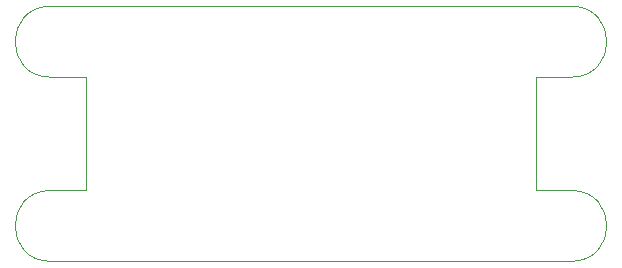
<source format=gbr>
G04 #@! TF.GenerationSoftware,KiCad,Pcbnew,(5.1.4)-1*
G04 #@! TF.CreationDate,2021-11-04T12:11:43-05:00*
G04 #@! TF.ProjectId,FadecandyHatV1.0,46616465-6361-46e6-9479-48617456312e,rev?*
G04 #@! TF.SameCoordinates,Original*
G04 #@! TF.FileFunction,Profile,NP*
%FSLAX46Y46*%
G04 Gerber Fmt 4.6, Leading zero omitted, Abs format (unit mm)*
G04 Created by KiCad (PCBNEW (5.1.4)-1) date 2021-11-04 12:11:43*
%MOMM*%
%LPD*%
G04 APERTURE LIST*
%ADD10C,0.050000*%
G04 APERTURE END LIST*
D10*
X-3000000Y-16225000D02*
X0Y-16225000D01*
X-3000000Y-6635000D02*
X0Y-6635000D01*
X41100000Y-16225000D02*
X38100000Y-16225000D01*
X41100000Y-16225000D02*
G75*
G02X41100000Y-22225000I0J-3000000D01*
G01*
X-3000000Y-22225000D02*
G75*
G02X-3000000Y-16225000I0J3000000D01*
G01*
X-3000000Y-6635000D02*
G75*
G02X-3000000Y-635000I0J3000000D01*
G01*
X41100000Y-6635000D02*
X38100000Y-6635000D01*
X41100000Y-635000D02*
G75*
G02X41100000Y-6635000I0J-3000000D01*
G01*
X0Y-16225000D02*
X0Y-6635000D01*
X41100000Y-22225000D02*
X-3000000Y-22225000D01*
X38100000Y-6635000D02*
X38100000Y-16225000D01*
X-3000000Y-635000D02*
X41100000Y-635000D01*
M02*

</source>
